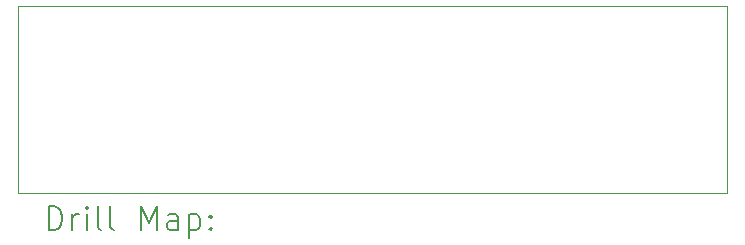
<source format=gbr>
%TF.GenerationSoftware,KiCad,Pcbnew,9.0.0*%
%TF.CreationDate,2025-03-20T15:24:16+01:00*%
%TF.ProjectId,Sonda_w_cz.kicad2_pcb,536f6e64-615f-4775-9f63-7a2e6b696361,rev?*%
%TF.SameCoordinates,Original*%
%TF.FileFunction,Drillmap*%
%TF.FilePolarity,Positive*%
%FSLAX45Y45*%
G04 Gerber Fmt 4.5, Leading zero omitted, Abs format (unit mm)*
G04 Created by KiCad (PCBNEW 9.0.0) date 2025-03-20 15:24:16*
%MOMM*%
%LPD*%
G01*
G04 APERTURE LIST*
%ADD10C,0.100000*%
%ADD11C,0.200000*%
G04 APERTURE END LIST*
D10*
X13251000Y-9416000D02*
X19251000Y-9416000D01*
X19251000Y-10996000D01*
X13251000Y-10996000D01*
X13251000Y-9416000D01*
D11*
X13506777Y-11312484D02*
X13506777Y-11112484D01*
X13506777Y-11112484D02*
X13554396Y-11112484D01*
X13554396Y-11112484D02*
X13582967Y-11122008D01*
X13582967Y-11122008D02*
X13602015Y-11141055D01*
X13602015Y-11141055D02*
X13611539Y-11160103D01*
X13611539Y-11160103D02*
X13621062Y-11198198D01*
X13621062Y-11198198D02*
X13621062Y-11226769D01*
X13621062Y-11226769D02*
X13611539Y-11264865D01*
X13611539Y-11264865D02*
X13602015Y-11283912D01*
X13602015Y-11283912D02*
X13582967Y-11302960D01*
X13582967Y-11302960D02*
X13554396Y-11312484D01*
X13554396Y-11312484D02*
X13506777Y-11312484D01*
X13706777Y-11312484D02*
X13706777Y-11179150D01*
X13706777Y-11217246D02*
X13716301Y-11198198D01*
X13716301Y-11198198D02*
X13725824Y-11188674D01*
X13725824Y-11188674D02*
X13744872Y-11179150D01*
X13744872Y-11179150D02*
X13763920Y-11179150D01*
X13830586Y-11312484D02*
X13830586Y-11179150D01*
X13830586Y-11112484D02*
X13821062Y-11122008D01*
X13821062Y-11122008D02*
X13830586Y-11131531D01*
X13830586Y-11131531D02*
X13840110Y-11122008D01*
X13840110Y-11122008D02*
X13830586Y-11112484D01*
X13830586Y-11112484D02*
X13830586Y-11131531D01*
X13954396Y-11312484D02*
X13935348Y-11302960D01*
X13935348Y-11302960D02*
X13925824Y-11283912D01*
X13925824Y-11283912D02*
X13925824Y-11112484D01*
X14059158Y-11312484D02*
X14040110Y-11302960D01*
X14040110Y-11302960D02*
X14030586Y-11283912D01*
X14030586Y-11283912D02*
X14030586Y-11112484D01*
X14287729Y-11312484D02*
X14287729Y-11112484D01*
X14287729Y-11112484D02*
X14354396Y-11255341D01*
X14354396Y-11255341D02*
X14421062Y-11112484D01*
X14421062Y-11112484D02*
X14421062Y-11312484D01*
X14602015Y-11312484D02*
X14602015Y-11207722D01*
X14602015Y-11207722D02*
X14592491Y-11188674D01*
X14592491Y-11188674D02*
X14573443Y-11179150D01*
X14573443Y-11179150D02*
X14535348Y-11179150D01*
X14535348Y-11179150D02*
X14516301Y-11188674D01*
X14602015Y-11302960D02*
X14582967Y-11312484D01*
X14582967Y-11312484D02*
X14535348Y-11312484D01*
X14535348Y-11312484D02*
X14516301Y-11302960D01*
X14516301Y-11302960D02*
X14506777Y-11283912D01*
X14506777Y-11283912D02*
X14506777Y-11264865D01*
X14506777Y-11264865D02*
X14516301Y-11245817D01*
X14516301Y-11245817D02*
X14535348Y-11236293D01*
X14535348Y-11236293D02*
X14582967Y-11236293D01*
X14582967Y-11236293D02*
X14602015Y-11226769D01*
X14697253Y-11179150D02*
X14697253Y-11379150D01*
X14697253Y-11188674D02*
X14716301Y-11179150D01*
X14716301Y-11179150D02*
X14754396Y-11179150D01*
X14754396Y-11179150D02*
X14773443Y-11188674D01*
X14773443Y-11188674D02*
X14782967Y-11198198D01*
X14782967Y-11198198D02*
X14792491Y-11217246D01*
X14792491Y-11217246D02*
X14792491Y-11274388D01*
X14792491Y-11274388D02*
X14782967Y-11293436D01*
X14782967Y-11293436D02*
X14773443Y-11302960D01*
X14773443Y-11302960D02*
X14754396Y-11312484D01*
X14754396Y-11312484D02*
X14716301Y-11312484D01*
X14716301Y-11312484D02*
X14697253Y-11302960D01*
X14878205Y-11293436D02*
X14887729Y-11302960D01*
X14887729Y-11302960D02*
X14878205Y-11312484D01*
X14878205Y-11312484D02*
X14868682Y-11302960D01*
X14868682Y-11302960D02*
X14878205Y-11293436D01*
X14878205Y-11293436D02*
X14878205Y-11312484D01*
X14878205Y-11188674D02*
X14887729Y-11198198D01*
X14887729Y-11198198D02*
X14878205Y-11207722D01*
X14878205Y-11207722D02*
X14868682Y-11198198D01*
X14868682Y-11198198D02*
X14878205Y-11188674D01*
X14878205Y-11188674D02*
X14878205Y-11207722D01*
M02*

</source>
